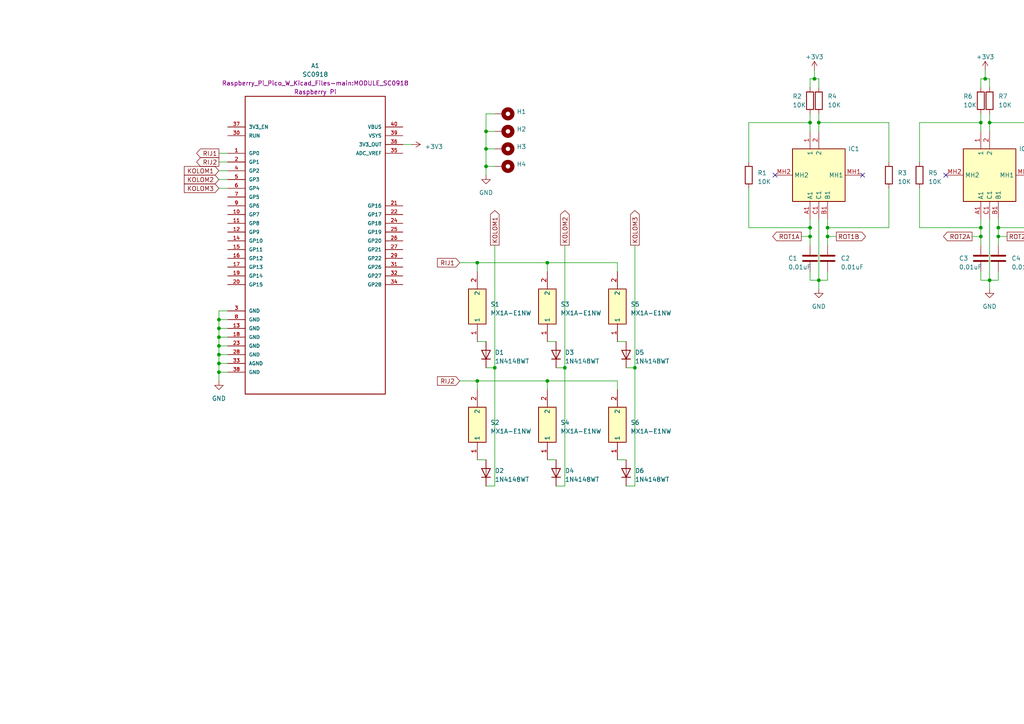
<source format=kicad_sch>
(kicad_sch (version 20230121) (generator eeschema)
  (paper "A4")
  (lib_symbols
    (symbol "Device:C" (pin_numbers hide) (pin_names (offset 0.254))
      (property "Reference" "C" (at 0.635 2.54 0))
      (property "Value" "C" (at 0.635 -2.54 0))
      (symbol "C_0_1"
        (polyline (pts (xy -2.032 -0.762) (xy 2.032 -0.762)) (stroke (width 0.508)))
        (polyline (pts (xy -2.032 0.762) (xy 2.032 0.762)) (stroke (width 0.508)))
      )
      (symbol "C_1_1"
        (pin passive line (at 0 3.81 270) (length 2.794) (name "~") (number "1"))
        (pin passive line (at 0 -3.81 90) (length 2.794) (name "~") (number "2"))
      )
    )
    (symbol "Device:R" (pin_numbers hide) (pin_names (offset 0))
      (property "Reference" "R" (at 2.032 0 90))
      (property "Value" "R" (at 0 0 90))
      (symbol "R_0_1"
        (rectangle (start -1.016 -2.54) (end 1.016 2.54) (stroke (width 0.254)))
      )
      (symbol "R_1_1"
        (pin passive line (at 0 3.81 270) (length 1.27) (name "~") (number "1"))
        (pin passive line (at 0 -3.81 90) (length 1.27) (name "~") (number "2"))
      )
    )
    (symbol "Diode:1N4148WT" (pin_numbers hide) (pin_names hide)
      (property "Reference" "D" (at 0 2.54 0))
      (property "Value" "1N4148WT" (at 0 -2.54 0))
      (symbol "1N4148WT_0_1"
        (polyline (pts (xy -1.27 1.27) (xy -1.27 -1.27)) (stroke (width 0.254)))
        (polyline (pts (xy 1.27 0) (xy -1.27 0)))
        (polyline (pts (xy 1.27 1.27) (xy 1.27 -1.27) (xy -1.27 0) (xy 1.27 1.27)) (stroke (width 0.254)))
      )
      (symbol "1N4148WT_1_1"
        (pin passive line (at -3.81 0 0) (length 2.54) (name "K") (number "1"))
        (pin passive line (at 3.81 0 180) (length 2.54) (name "A") (number "2"))
      )
    )
    (symbol "MX1A-E1NW:MX1A-E1NW"
      (property "Reference" "S" (at 16.51 7.62 0))
      (property "Value" "MX1A-E1NW" (at 16.51 5.08 0))
      (symbol "MX1A-E1NW_1_1"
        (rectangle (start 5.08 2.54) (end 15.24 -2.54) (stroke (width 0.254)) (fill (type background)))
        (pin passive line (at 0 0 0) (length 5.08) (name "1") (number "1"))
        (pin passive line (at 20.32 0 180) (length 5.08) (name "2") (number "2"))
      )
    )
    (symbol "Mechanical:MountingHole_Pad" (pin_numbers hide) (pin_names (offset 1.016) hide)
      (property "Reference" "H" (at 0 6.35 0))
      (property "Value" "MountingHole_Pad" (at 0 4.445 0))
      (symbol "MountingHole_Pad_0_1"
        (circle (center 0 1.27) (radius 1.27) (stroke (width 1.27)))
      )
      (symbol "MountingHole_Pad_1_1"
        (pin input line (at 0 -2.54 90) (length 2.54) (name "1") (number "1"))
      )
    )
    (symbol "PEC12R-4220F-S0024:PEC12R-4220F-S0024"
      (property "Reference" "IC" (at 21.59 12.7 0))
      (property "Value" "PEC12R-4220F-S0024" (at 21.59 10.16 0))
      (symbol "PEC12R-4220F-S0024_1_1"
        (rectangle (start 5.08 7.62) (end 20.32 -7.62) (stroke (width 0.254)) (fill (type background)))
        (pin passive line (at 10.16 12.7 270) (length 5.08) (name "1") (number "1"))
        (pin passive line (at 12.7 12.7 270) (length 5.08) (name "2") (number "2"))
        (pin passive line (at 10.16 -12.7 90) (length 5.08) (name "A1") (number "A1"))
        (pin passive line (at 15.24 -12.7 90) (length 5.08) (name "B1") (number "B1"))
        (pin passive line (at 12.7 -12.7 90) (length 5.08) (name "C1") (number "C1"))
        (pin passive line (at 25.4 0 180) (length 5.08) (name "MH1") (number "MH1"))
        (pin passive line (at 0 0 0) (length 5.08) (name "MH2") (number "MH2"))
      )
    )
    (symbol "Raspberry_Pi_Pico_W_SC0918:SC0918" (pin_names (offset 1.016))
      (property "Reference" "A1" (at 0 58.42 0))
      (property "Value" "SC0918" (at 0 55.88 0))
      (property "Footprint" "Raspberry Pi:MODULE_SC0918" (at -12.7 -46.99 0))
      (property "manufacturer" "Raspberry Pi" (at 0 53.34 0))
      (symbol "SC0918_0_0"
        (rectangle (start -20.32 -43.18) (end 20.32 43.18) (stroke (width 0.254)))
        (pin bidirectional line (at -25.4 26.67 0) (length 5.08) (name "GP0") (number "1"))
        (pin bidirectional line (at -25.4 8.89 0) (length 5.08) (name "GP7") (number "10"))
        (pin bidirectional line (at -25.4 6.35 0) (length 5.08) (name "GP8") (number "11"))
        (pin bidirectional line (at -25.4 3.81 0) (length 5.08) (name "GP9") (number "12"))
        (pin power_in line (at -25.4 -24.13 0) (length 5.08) (name "GND") (number "13"))
        (pin bidirectional line (at -25.4 1.27 0) (length 5.08) (name "GP10") (number "14"))
        (pin bidirectional line (at -25.4 -1.27 0) (length 5.08) (name "GP11") (number "15"))
        (pin bidirectional line (at -25.4 -3.81 0) (length 5.08) (name "GP12") (number "16"))
        (pin bidirectional line (at -25.4 -6.35 0) (length 5.08) (name "GP13") (number "17"))
        (pin power_in line (at -25.4 -26.67 0) (length 5.08) (name "GND") (number "18"))
        (pin bidirectional line (at -25.4 -8.89 0) (length 5.08) (name "GP14") (number "19"))
        (pin bidirectional line (at -25.4 24.13 0) (length 5.08) (name "GP1") (number "2"))
        (pin bidirectional line (at -25.4 -11.43 0) (length 5.08) (name "GP15") (number "20"))
        (pin bidirectional line (at 25.4 11.43 180) (length 5.08) (name "GP16") (number "21"))
        (pin bidirectional line (at 25.4 8.89 180) (length 5.08) (name "GP17") (number "22"))
        (pin power_in line (at -25.4 -29.21 0) (length 5.08) (name "GND") (number "23"))
        (pin bidirectional line (at 25.4 6.35 180) (length 5.08) (name "GP18") (number "24"))
        (pin bidirectional line (at 25.4 3.81 180) (length 5.08) (name "GP19") (number "25"))
        (pin bidirectional line (at 25.4 1.27 180) (length 5.08) (name "GP20") (number "26"))
        (pin bidirectional line (at 25.4 -1.27 180) (length 5.08) (name "GP21") (number "27"))
        (pin power_in line (at -25.4 -31.75 0) (length 5.08) (name "GND") (number "28"))
        (pin bidirectional line (at 25.4 -3.81 180) (length 5.08) (name "GP22") (number "29"))
        (pin power_in line (at -25.4 -19.05 0) (length 5.08) (name "GND") (number "3"))
        (pin input line (at -25.4 31.75 0) (length 5.08) (name "RUN") (number "30"))
        (pin bidirectional line (at 25.4 -6.35 180) (length 5.08) (name "GP26") (number "31"))
        (pin bidirectional line (at 25.4 -8.89 180) (length 5.08) (name "GP27") (number "32"))
        (pin power_in line (at -25.4 -34.29 0) (length 5.08) (name "AGND") (number "33"))
        (pin bidirectional line (at 25.4 -11.43 180) (length 5.08) (name "GP28") (number "34"))
        (pin power_in line (at 25.4 26.67 180) (length 5.08) (name "ADC_VREF") (number "35"))
        (pin power_in line (at 25.4 29.21 180) (length 5.08) (name "3V3_OUT") (number "36"))
        (pin input line (at -25.4 34.29 0) (length 5.08) (name "3V3_EN") (number "37"))
        (pin power_in line (at -25.4 -36.83 0) (length 5.08) (name "GND") (number "38"))
        (pin free line (at 25.4 31.75 180) (length 5.08) (name "VSYS") (number "39"))
        (pin bidirectional line (at -25.4 21.59 0) (length 5.08) (name "GP2") (number "4"))
        (pin free line (at 25.4 34.29 180) (length 5.08) (name "VBUS") (number "40"))
        (pin bidirectional line (at -25.4 19.05 0) (length 5.08) (name "GP3") (number "5"))
        (pin bidirectional line (at -25.4 16.51 0) (length 5.08) (name "GP4") (number "6"))
        (pin bidirectional line (at -25.4 13.97 0) (length 5.08) (name "GP5") (number "7"))
        (pin power_in line (at -25.4 -21.59 0) (length 5.08) (name "GND") (number "8"))
        (pin bidirectional line (at -25.4 11.43 0) (length 5.08) (name "GP6") (number "9"))
      )
    )
    (symbol "power:+3V3" (power) (pin_names (offset 0))
      (property "Value" "+3V3" (at 0 3.556 0))
      (symbol "+3V3_0_1"
        (polyline (pts (xy -0.762 1.27) (xy 0 2.54)))
        (polyline (pts (xy 0 0) (xy 0 2.54)))
        (polyline (pts (xy 0 2.54) (xy 0.762 1.27)))
      )
      (symbol "+3V3_1_1"
        (pin power_in line (at 0 0 90) (length 0) hide (name "+3V3") (number "1"))
      )
    )
    (symbol "power:GND" (power) (pin_names (offset 0))
      (property "Value" "GND" (at 0 -3.81 0))
      (symbol "GND_0_1"
        (polyline (pts (xy 0 0) (xy 0 -1.27) (xy 1.27 -1.27) (xy 0 -2.54) (xy -1.27 -1.27) (xy 0 -1.27)))
      )
      (symbol "GND_1_1"
        (pin power_in line (at 0 0 270) (length 0) hide (name "GND") (number "1"))
      )
    )
  )
  (junction (at 240.03 68.58))
  (junction (at 63.5 105.41))
  (junction (at 284.48 66.04))
  (junction (at 158.75 110.49))
  (junction (at 234.95 68.58))
  (junction (at 287.02 35.56))
  (junction (at 63.5 97.79))
  (junction (at 63.5 100.33))
  (junction (at 63.5 92.71))
  (junction (at 237.49 35.56))
  (junction (at 284.48 35.56))
  (junction (at 184.15 106.68))
  (junction (at 287.02 81.28))
  (junction (at 138.43 76.2))
  (junction (at 140.97 48.26))
  (junction (at 140.97 38.1))
  (junction (at 289.56 66.04))
  (junction (at 163.83 106.68))
  (junction (at 143.51 106.68))
  (junction (at 289.56 68.58))
  (junction (at 284.48 68.58))
  (junction (at 234.95 66.04))
  (junction (at 158.75 76.2))
  (junction (at 234.95 35.56))
  (junction (at 63.5 95.25))
  (junction (at 138.43 110.49))
  (junction (at 240.03 66.04))
  (junction (at 63.5 102.87))
  (junction (at 236.22 22.86))
  (junction (at 63.5 107.95))
  (junction (at 237.49 81.28))
  (junction (at 285.75 22.86))
  (junction (at 140.97 43.18))
  (no_connect (at 274.32 50.8))
  (no_connect (at 299.72 50.8))
  (no_connect (at 250.19 50.8))
  (no_connect (at 224.79 50.8))
  (wire (pts (xy 133.35 110.49) (xy 138.43 110.49)))
  (wire (pts (xy 307.34 46.99) (xy 307.34 35.56)))
  (wire (pts (xy 138.43 78.74) (xy 138.43 76.2)))
  (wire (pts (xy 140.97 106.68) (xy 143.51 106.68)))
  (wire (pts (xy 179.07 110.49) (xy 158.75 110.49)))
  (wire (pts (xy 284.48 33.02) (xy 284.48 35.56)))
  (wire (pts (xy 179.07 113.03) (xy 179.07 110.49)))
  (wire (pts (xy 234.95 22.86) (xy 234.95 25.4)))
  (wire (pts (xy 307.34 35.56) (xy 287.02 35.56)))
  (wire (pts (xy 63.5 102.87) (xy 63.5 105.41)))
  (wire (pts (xy 289.56 66.04) (xy 289.56 68.58)))
  (wire (pts (xy 237.49 35.56) (xy 237.49 38.1)))
  (wire (pts (xy 66.04 105.41) (xy 63.5 105.41)))
  (wire (pts (xy 63.5 90.17) (xy 63.5 92.71)))
  (wire (pts (xy 287.02 81.28) (xy 284.48 81.28)))
  (wire (pts (xy 138.43 76.2) (xy 158.75 76.2)))
  (wire (pts (xy 140.97 48.26) (xy 143.51 48.26)))
  (wire (pts (xy 237.49 22.86) (xy 236.22 22.86)))
  (wire (pts (xy 232.41 68.58) (xy 234.95 68.58)))
  (wire (pts (xy 66.04 90.17) (xy 63.5 90.17)))
  (wire (pts (xy 257.81 46.99) (xy 257.81 35.56)))
  (wire (pts (xy 287.02 25.4) (xy 287.02 22.86)))
  (wire (pts (xy 287.02 35.56) (xy 287.02 38.1)))
  (wire (pts (xy 284.48 35.56) (xy 284.48 38.1)))
  (wire (pts (xy 63.5 54.61) (xy 66.04 54.61)))
  (wire (pts (xy 63.5 105.41) (xy 63.5 107.95)))
  (wire (pts (xy 266.7 35.56) (xy 284.48 35.56)))
  (wire (pts (xy 181.61 106.68) (xy 184.15 106.68)))
  (wire (pts (xy 181.61 99.06) (xy 179.07 99.06)))
  (wire (pts (xy 217.17 35.56) (xy 234.95 35.56)))
  (wire (pts (xy 289.56 68.58) (xy 292.1 68.58)))
  (wire (pts (xy 143.51 43.18) (xy 140.97 43.18)))
  (wire (pts (xy 161.29 106.68) (xy 163.83 106.68)))
  (wire (pts (xy 184.15 140.97) (xy 184.15 106.68)))
  (wire (pts (xy 237.49 33.02) (xy 237.49 35.56)))
  (wire (pts (xy 307.34 54.61) (xy 307.34 66.04)))
  (wire (pts (xy 266.7 66.04) (xy 284.48 66.04)))
  (wire (pts (xy 161.29 133.35) (xy 158.75 133.35)))
  (wire (pts (xy 240.03 68.58) (xy 242.57 68.58)))
  (wire (pts (xy 240.03 68.58) (xy 240.03 71.12)))
  (wire (pts (xy 140.97 99.06) (xy 138.43 99.06)))
  (wire (pts (xy 236.22 20.32) (xy 236.22 22.86)))
  (wire (pts (xy 287.02 63.5) (xy 287.02 81.28)))
  (wire (pts (xy 161.29 99.06) (xy 158.75 99.06)))
  (wire (pts (xy 234.95 66.04) (xy 234.95 68.58)))
  (wire (pts (xy 161.29 140.97) (xy 163.83 140.97)))
  (wire (pts (xy 284.48 68.58) (xy 284.48 71.12)))
  (wire (pts (xy 257.81 35.56) (xy 237.49 35.56)))
  (wire (pts (xy 63.5 100.33) (xy 63.5 102.87)))
  (wire (pts (xy 234.95 68.58) (xy 234.95 71.12)))
  (wire (pts (xy 138.43 113.03) (xy 138.43 110.49)))
  (wire (pts (xy 217.17 54.61) (xy 217.17 66.04)))
  (wire (pts (xy 158.75 76.2) (xy 158.75 78.74)))
  (wire (pts (xy 63.5 95.25) (xy 63.5 97.79)))
  (wire (pts (xy 163.83 140.97) (xy 163.83 106.68)))
  (wire (pts (xy 281.94 68.58) (xy 284.48 68.58)))
  (wire (pts (xy 217.17 66.04) (xy 234.95 66.04)))
  (wire (pts (xy 66.04 102.87) (xy 63.5 102.87)))
  (wire (pts (xy 240.03 78.74) (xy 240.03 81.28)))
  (wire (pts (xy 63.5 92.71) (xy 63.5 95.25)))
  (wire (pts (xy 234.95 33.02) (xy 234.95 35.56)))
  (wire (pts (xy 143.51 38.1) (xy 140.97 38.1)))
  (wire (pts (xy 66.04 97.79) (xy 63.5 97.79)))
  (wire (pts (xy 284.48 63.5) (xy 284.48 66.04)))
  (wire (pts (xy 257.81 54.61) (xy 257.81 66.04)))
  (wire (pts (xy 184.15 71.12) (xy 184.15 106.68)))
  (wire (pts (xy 66.04 100.33) (xy 63.5 100.33)))
  (wire (pts (xy 237.49 81.28) (xy 234.95 81.28)))
  (wire (pts (xy 284.48 22.86) (xy 284.48 25.4)))
  (wire (pts (xy 143.51 140.97) (xy 143.51 106.68)))
  (wire (pts (xy 217.17 46.99) (xy 217.17 35.56)))
  (wire (pts (xy 158.75 113.03) (xy 158.75 110.49)))
  (wire (pts (xy 287.02 22.86) (xy 285.75 22.86)))
  (wire (pts (xy 266.7 46.99) (xy 266.7 35.56)))
  (wire (pts (xy 63.5 49.53) (xy 66.04 49.53)))
  (wire (pts (xy 257.81 66.04) (xy 240.03 66.04)))
  (wire (pts (xy 143.51 33.02) (xy 140.97 33.02)))
  (wire (pts (xy 63.5 44.45) (xy 66.04 44.45)))
  (wire (pts (xy 240.03 63.5) (xy 240.03 66.04)))
  (wire (pts (xy 63.5 52.07) (xy 66.04 52.07)))
  (wire (pts (xy 237.49 81.28) (xy 237.49 83.82)))
  (wire (pts (xy 133.35 76.2) (xy 138.43 76.2)))
  (wire (pts (xy 140.97 33.02) (xy 140.97 38.1)))
  (wire (pts (xy 143.51 71.12) (xy 143.51 106.68)))
  (wire (pts (xy 234.95 35.56) (xy 234.95 38.1)))
  (wire (pts (xy 289.56 68.58) (xy 289.56 71.12)))
  (wire (pts (xy 140.97 50.8) (xy 140.97 48.26)))
  (wire (pts (xy 285.75 22.86) (xy 284.48 22.86)))
  (wire (pts (xy 284.48 66.04) (xy 284.48 68.58)))
  (wire (pts (xy 284.48 81.28) (xy 284.48 78.74)))
  (wire (pts (xy 179.07 78.74) (xy 179.07 76.2)))
  (wire (pts (xy 140.97 38.1) (xy 140.97 43.18)))
  (wire (pts (xy 237.49 25.4) (xy 237.49 22.86)))
  (wire (pts (xy 63.5 46.99) (xy 66.04 46.99)))
  (wire (pts (xy 287.02 33.02) (xy 287.02 35.56)))
  (wire (pts (xy 63.5 97.79) (xy 63.5 100.33)))
  (wire (pts (xy 66.04 92.71) (xy 63.5 92.71)))
  (wire (pts (xy 285.75 20.32) (xy 285.75 22.86)))
  (wire (pts (xy 240.03 66.04) (xy 240.03 68.58)))
  (wire (pts (xy 163.83 71.12) (xy 163.83 106.68)))
  (wire (pts (xy 236.22 22.86) (xy 234.95 22.86)))
  (wire (pts (xy 66.04 107.95) (xy 63.5 107.95)))
  (wire (pts (xy 181.61 140.97) (xy 184.15 140.97)))
  (wire (pts (xy 181.61 133.35) (xy 179.07 133.35)))
  (wire (pts (xy 66.04 95.25) (xy 63.5 95.25)))
  (wire (pts (xy 158.75 110.49) (xy 138.43 110.49)))
  (wire (pts (xy 287.02 81.28) (xy 287.02 83.82)))
  (wire (pts (xy 240.03 81.28) (xy 237.49 81.28)))
  (wire (pts (xy 237.49 63.5) (xy 237.49 81.28)))
  (wire (pts (xy 266.7 54.61) (xy 266.7 66.04)))
  (wire (pts (xy 289.56 78.74) (xy 289.56 81.28)))
  (wire (pts (xy 63.5 107.95) (xy 63.5 110.49)))
  (wire (pts (xy 140.97 43.18) (xy 140.97 48.26)))
  (wire (pts (xy 289.56 81.28) (xy 287.02 81.28)))
  (wire (pts (xy 234.95 63.5) (xy 234.95 66.04)))
  (wire (pts (xy 116.84 41.91) (xy 119.38 41.91)))
  (wire (pts (xy 140.97 140.97) (xy 143.51 140.97)))
  (wire (pts (xy 234.95 81.28) (xy 234.95 78.74)))
  (wire (pts (xy 307.34 66.04) (xy 289.56 66.04)))
  (wire (pts (xy 158.75 76.2) (xy 179.07 76.2)))
  (wire (pts (xy 140.97 133.35) (xy 138.43 133.35)))
  (wire (pts (xy 289.56 63.5) (xy 289.56 66.04)))
  (global_label "RIJ1" (shape input) (at 133.35 76.2 180) (property "Intersheetrefs" "${INTERSHEET_REFS}" (effects hide)))
  (global_label "KOLOM3" (shape input) (at 63.5 54.61 180) (property "Intersheetrefs" "${INTERSHEET_REFS}" (effects hide)))
  (global_label "KOLOM1" (shape output) (at 143.51 71.12 90) (property "Intersheetrefs" "${INTERSHEET_REFS}" (effects hide)))
  (global_label "ROT2B" (shape output) (at 292.1 68.58 0) (property "Intersheetrefs" "${INTERSHEET_REFS}" (effects hide)))
  (global_label "ROT2A" (shape output) (at 281.94 68.58 180) (property "Intersheetrefs" "${INTERSHEET_REFS}" (effects hide)))
  (global_label "RIJ1" (shape output) (at 63.5 44.45 180) (property "Intersheetrefs" "${INTERSHEET_REFS}" (effects hide)))
  (global_label "ROT1B" (shape output) (at 242.57 68.58 0) (property "Intersheetrefs" "${INTERSHEET_REFS}" (effects hide)))
  (global_label "KOLOM2" (shape input) (at 63.5 52.07 180) (property "Intersheetrefs" "${INTERSHEET_REFS}" (effects hide)))
  (global_label "KOLOM2" (shape output) (at 163.83 71.12 90) (property "Intersheetrefs" "${INTERSHEET_REFS}" (effects hide)))
  (global_label "KOLOM3" (shape output) (at 184.15 71.12 90) (property "Intersheetrefs" "${INTERSHEET_REFS}" (effects hide)))
  (global_label "RIJ2" (shape output) (at 63.5 46.99 180) (property "Intersheetrefs" "${INTERSHEET_REFS}" (effects hide)))
  (global_label "RIJ2" (shape input) (at 133.35 110.49 180) (property "Intersheetrefs" "${INTERSHEET_REFS}" (effects hide)))
  (global_label "KOLOM1" (shape input) (at 63.5 49.53 180) (property "Intersheetrefs" "${INTERSHEET_REFS}" (effects hide)))
  (global_label "ROT1A" (shape output) (at 232.41 68.58 180) (property "Intersheetrefs" "${INTERSHEET_REFS}" (effects hide)))
  (symbol (lib_id "MX1A-E1NW:MX1A-E1NW") (at 179.07 133.35 90) (unit 1)
    (property "Reference" "S6" (at 182.88 122.555 90) (effects (justify right)))
    (property "Value" "MX1A-E1NW" (at 182.88 125.095 90) (effects (justify right)))
    (property "Footprint" "Button_Switch_Keyboard:SW_Cherry_MX_1.00u_PCB" (effects hide))
    (property "Datasheet" "https://media.digikey.com/pdf/Data%20Sheets/Cherry%20PDFs/MX%20Series.pdf" (effects hide))
    (property "Height" "15.2" (effects hide))
    (property "Mouser Part Number" "540-MX1A-E1NW" (effects hide))
    (property "Mouser Price/Stock" "https://www.mouser.co.uk/ProductDetail/CHERRY/MX1A-E1NW?qs=Z7NFYKyvgJd45Wm4xzFv7w%3D%3D" (effects hide))
    (property "Manufacturer_Name" "Cherry" (effects hide))
    (property "Manufacturer_Part_Number" "MX1A-E1NW" (effects hide))
  )
  (symbol (lib_id "Device:R") (at 287.02 29.21 0) (unit 1)
    (property "Reference" "R7" (at 289.56 27.94 0) (effects (justify left)))
    (property "Value" "10K" (at 289.56 30.48 0) (effects (justify left)))
    (property "Footprint" "Resistor_SMD:R_0805_2012Metric_Pad1.20x1.40mm_HandSolder" (effects hide))
  )
  (symbol (lib_id "Device:R") (at 257.81 50.8 0) (unit 1)
    (property "Reference" "R3" (at 260.35 50.165 0) (effects (justify left)))
    (property "Value" "10K" (at 260.35 52.705 0) (effects (justify left)))
    (property "Footprint" "Resistor_SMD:R_0805_2012Metric_Pad1.20x1.40mm_HandSolder" (effects hide))
  )
  (symbol (lib_id "power:+3V3") (at 236.22 20.32 0) (unit 1)
    (property "Reference" "#PWR04" (effects hide))
    (property "Value" "+3V3" (at 236.22 16.51 0))
  )
  (symbol (lib_id "Diode:1N4148WT") (at 181.61 102.87 90) (unit 1)
    (property "Reference" "D5" (at 184.15 102.235 90) (effects (justify right)))
    (property "Value" "1N4148WT" (at 184.15 104.775 90) (effects (justify right)))
    (property "Footprint" "Diode_SMD:D_SOD-523" (effects hide))
    (property "Datasheet" "https://www.diodes.com/assets/Datasheets/ds30396.pdf" (effects hide))
    (property "Sim.Device" "D" (effects hide))
    (property "Sim.Pins" "1=K 2=A" (effects hide))
  )
  (symbol (lib_id "MX1A-E1NW:MX1A-E1NW") (at 138.43 133.35 90) (unit 1)
    (property "Reference" "S2" (at 142.24 122.555 90) (effects (justify right)))
    (property "Value" "MX1A-E1NW" (at 142.24 125.095 90) (effects (justify right)))
    (property "Footprint" "Button_Switch_Keyboard:SW_Cherry_MX_1.00u_PCB" (effects hide))
    (property "Datasheet" "https://media.digikey.com/pdf/Data%20Sheets/Cherry%20PDFs/MX%20Series.pdf" (effects hide))
    (property "Height" "15.2" (effects hide))
    (property "Mouser Part Number" "540-MX1A-E1NW" (effects hide))
    (property "Mouser Price/Stock" "https://www.mouser.co.uk/ProductDetail/CHERRY/MX1A-E1NW?qs=Z7NFYKyvgJd45Wm4xzFv7w%3D%3D" (effects hide))
    (property "Manufacturer_Name" "Cherry" (effects hide))
    (property "Manufacturer_Part_Number" "MX1A-E1NW" (effects hide))
  )
  (symbol (lib_id "Raspberry_Pi_Pico_W_SC0918:SC0918") (at 91.44 71.12 0) (unit 1)
    (property "Reference" "A1" (at 91.44 19.05 0))
    (property "Value" "SC0918" (at 91.44 21.59 0))
    (property "Footprint" "Raspberry_Pi_Pico_W_Kicad_Files-main:MODULE_SC0918" (at 91.44 24.13 0))
    (property "Datasheet" "https://datasheets.raspberrypi.com/picow/pico-w-datasheet.pdf" (effects hide))
    (property "manufacturer" "Raspberry Pi" (at 91.44 26.67 0))
    (property "P/N" "SC0918" (effects hide))
    (property "PARTREV" "1.6" (effects hide))
    (property "MAXIMUM_PACKAGE_HEIGHT" "3.73mm" (effects hide))
  )
  (symbol (lib_id "Mechanical:MountingHole_Pad") (at 146.05 48.26 270) (unit 1)
    (property "Reference" "H4" (at 149.86 47.625 90) (effects (justify left)))
    (property "Value" "MountingHole_Pad" (effects hide))
    (property "Footprint" "MountingHole:MountingHole_2.2mm_M2_Pad_Via" (effects hide))
  )
  (symbol (lib_id "Mechanical:MountingHole_Pad") (at 146.05 43.18 270) (unit 1)
    (property "Reference" "H3" (at 149.86 42.545 90) (effects (justify left)))
    (property "Value" "MountingHole_Pad" (effects hide))
    (property "Footprint" "MountingHole:MountingHole_2.2mm_M2_Pad_Via" (effects hide))
  )
  (symbol (lib_id "Device:R") (at 284.48 29.21 180) (unit 1)
    (property "Reference" "R6" (at 279.4 27.94 0) (effects (justify right)))
    (property "Value" "10K" (at 279.4 30.48 0) (effects (justify right)))
    (property "Footprint" "Resistor_SMD:R_0805_2012Metric_Pad1.20x1.40mm_HandSolder" (effects hide))
  )
  (symbol (lib_id "Diode:1N4148WT") (at 161.29 137.16 90) (unit 1)
    (property "Reference" "D4" (at 163.83 136.525 90) (effects (justify right)))
    (property "Value" "1N4148WT" (at 163.83 139.065 90) (effects (justify right)))
    (property "Footprint" "Diode_SMD:D_SOD-523" (effects hide))
    (property "Datasheet" "https://www.diodes.com/assets/Datasheets/ds30396.pdf" (effects hide))
    (property "Sim.Device" "D" (effects hide))
    (property "Sim.Pins" "1=K 2=A" (effects hide))
  )
  (symbol (lib_id "Diode:1N4148WT") (at 140.97 102.87 90) (unit 1)
    (property "Reference" "D1" (at 143.51 102.235 90) (effects (justify right)))
    (property "Value" "1N4148WT" (at 143.51 104.775 90) (effects (justify right)))
    (property "Footprint" "Diode_SMD:D_SOD-523" (effects hide))
    (property "Datasheet" "https://www.diodes.com/assets/Datasheets/ds30396.pdf" (effects hide))
    (property "Sim.Device" "D" (effects hide))
    (property "Sim.Pins" "1=K 2=A" (effects hide))
  )
  (symbol (lib_id "power:GND") (at 63.5 110.49 0) (unit 1)
    (property "Reference" "#PWR01" (effects hide))
    (property "Value" "GND" (at 63.5 115.57 0))
  )
  (symbol (lib_id "Diode:1N4148WT") (at 140.97 137.16 90) (unit 1)
    (property "Reference" "D2" (at 143.51 136.525 90) (effects (justify right)))
    (property "Value" "1N4148WT" (at 143.51 139.065 90) (effects (justify right)))
    (property "Footprint" "Diode_SMD:D_SOD-523" (effects hide))
    (property "Datasheet" "https://www.diodes.com/assets/Datasheets/ds30396.pdf" (effects hide))
    (property "Sim.Device" "D" (effects hide))
    (property "Sim.Pins" "1=K 2=A" (effects hide))
  )
  (symbol (lib_id "power:+3V3") (at 285.75 20.32 0) (unit 1)
    (property "Reference" "#PWR05" (effects hide))
    (property "Value" "+3V3" (at 285.75 16.51 0))
  )
  (symbol (lib_id "Device:R") (at 266.7 50.8 180) (unit 1)
    (property "Reference" "R5" (at 269.24 50.165 0) (effects (justify right)))
    (property "Value" "10K" (at 269.24 52.705 0) (effects (justify right)))
    (property "Footprint" "Resistor_SMD:R_0805_2012Metric_Pad1.20x1.40mm_HandSolder" (effects hide))
  )
  (symbol (lib_id "power:GND") (at 140.97 50.8 0) (unit 1)
    (property "Reference" "#PWR02" (effects hide))
    (property "Value" "GND" (at 140.97 55.88 0))
  )
  (symbol (lib_id "Device:C") (at 284.48 74.93 0) (unit 1)
    (property "Reference" "C3" (at 278.13 74.93 0) (effects (justify left)))
    (property "Value" "0.01uF" (at 278.13 77.47 0) (effects (justify left)))
    (property "Footprint" "Capacitor_SMD:C_0805_2012Metric_Pad1.18x1.45mm_HandSolder" (effects hide))
  )
  (symbol (lib_id "PEC12R-4220F-S0024:PEC12R-4220F-S0024") (at 224.79 50.8 0) (unit 1)
    (property "Reference" "IC1" (at 247.65 43.18 0))
    (property "Value" "PEC12R-4220F-S0024" (effects hide))
    (property "Footprint" "PEC12R4220FS0024" (effects hide))
    (property "Datasheet" "https://componentsearchengine.com/Datasheets/5/PEC12R-4220F-S0024.pdf" (effects hide))
    (property "Height" "20" (effects hide))
    (property "Mouser Part Number" "652-PEC12R-4220F-S24" (effects hide))
    (property "Mouser Price/Stock" "https://www.mouser.co.uk/ProductDetail/Bourns/PEC12R-4220F-S0024?qs=Zq5ylnUbLm7u%2FuPQvUoR4Q%3D%3D" (effects hide))
    (property "Manufacturer_Name" "Bourns" (effects hide))
    (property "Manufacturer_Part_Number" "PEC12R-4220F-S0024" (effects hide))
  )
  (symbol (lib_id "Mechanical:MountingHole_Pad") (at 146.05 38.1 270) (unit 1)
    (property "Reference" "H2" (at 149.86 37.465 90) (effects (justify left)))
    (property "Value" "MountingHole_Pad" (effects hide))
    (property "Footprint" "MountingHole:MountingHole_2.2mm_M2_Pad_Via" (effects hide))
  )
  (symbol (lib_id "Mechanical:MountingHole_Pad") (at 146.05 33.02 270) (unit 1)
    (property "Reference" "H1" (at 149.86 32.385 90) (effects (justify left)))
    (property "Value" "MountingHole_Pad" (effects hide))
    (property "Footprint" "MountingHole:MountingHole_2.2mm_M2_Pad_Via" (effects hide))
  )
  (symbol (lib_id "power:GND") (at 287.02 83.82 0) (unit 1)
    (property "Reference" "#PWR07" (effects hide))
    (property "Value" "GND" (at 287.02 88.9 0))
  )
  (symbol (lib_id "Diode:1N4148WT") (at 181.61 137.16 90) (unit 1)
    (property "Reference" "D6" (at 184.15 136.525 90) (effects (justify right)))
    (property "Value" "1N4148WT" (at 184.15 139.065 90) (effects (justify right)))
    (property "Footprint" "Diode_SMD:D_SOD-523" (effects hide))
    (property "Datasheet" "https://www.diodes.com/assets/Datasheets/ds30396.pdf" (effects hide))
    (property "Sim.Device" "D" (effects hide))
    (property "Sim.Pins" "1=K 2=A" (effects hide))
  )
  (symbol (lib_id "Device:C") (at 240.03 74.93 0) (unit 1)
    (property "Reference" "C2" (at 243.84 74.93 0) (effects (justify left)))
    (property "Value" "0.01uF" (at 243.84 77.47 0) (effects (justify left)))
    (property "Footprint" "Capacitor_SMD:C_0805_2012Metric_Pad1.18x1.45mm_HandSolder" (effects hide))
  )
  (symbol (lib_id "MX1A-E1NW:MX1A-E1NW") (at 158.75 99.06 90) (unit 1)
    (property "Reference" "S3" (at 162.56 88.265 90) (effects (justify right)))
    (property "Value" "MX1A-E1NW" (at 162.56 90.805 90) (effects (justify right)))
    (property "Footprint" "Button_Switch_Keyboard:SW_Cherry_MX_1.00u_PCB" (effects hide))
    (property "Datasheet" "https://media.digikey.com/pdf/Data%20Sheets/Cherry%20PDFs/MX%20Series.pdf" (effects hide))
    (property "Height" "15.2" (effects hide))
    (property "Mouser Part Number" "540-MX1A-E1NW" (effects hide))
    (property "Mouser Price/Stock" "https://www.mouser.co.uk/ProductDetail/CHERRY/MX1A-E1NW?qs=Z7NFYKyvgJd45Wm4xzFv7w%3D%3D" (effects hide))
    (property "Manufacturer_Name" "Cherry" (effects hide))
    (property "Manufacturer_Part_Number" "MX1A-E1NW" (effects hide))
  )
  (symbol (lib_id "Device:C") (at 234.95 74.93 0) (unit 1)
    (property "Reference" "C1" (at 228.6 74.93 0) (effects (justify left)))
    (property "Value" "0.01uF" (at 228.6 77.47 0) (effects (justify left)))
    (property "Footprint" "Capacitor_SMD:C_0805_2012Metric_Pad1.18x1.45mm_HandSolder" (effects hide))
  )
  (symbol (lib_id "Device:R") (at 307.34 50.8 0) (unit 1)
    (property "Reference" "R8" (at 309.88 50.165 0) (effects (justify left)))
    (property "Value" "10K" (at 309.88 52.705 0) (effects (justify left)))
    (property "Footprint" "Resistor_SMD:R_0805_2012Metric_Pad1.20x1.40mm_HandSolder" (effects hide))
  )
  (symbol (lib_id "power:+3V3") (at 119.38 41.91 270) (unit 1)
    (property "Reference" "#PWR03" (effects hide))
    (property "Value" "+3V3" (at 123.19 42.545 90) (effects (justify left)))
  )
  (symbol (lib_id "Diode:1N4148WT") (at 161.29 102.87 90) (unit 1)
    (property "Reference" "D3" (at 163.83 102.235 90) (effects (justify right)))
    (property "Value" "1N4148WT" (at 163.83 104.775 90) (effects (justify right)))
    (property "Footprint" "Diode_SMD:D_SOD-523" (effects hide))
    (property "Datasheet" "https://www.diodes.com/assets/Datasheets/ds30396.pdf" (effects hide))
    (property "Sim.Device" "D" (effects hide))
    (property "Sim.Pins" "1=K 2=A" (effects hide))
  )
  (symbol (lib_id "PEC12R-4220F-S0024:PEC12R-4220F-S0024") (at 274.32 50.8 0) (unit 1)
    (property "Reference" "IC2" (at 297.18 43.18 0))
    (property "Value" "PEC12R-4220F-S0024" (effects hide))
    (property "Footprint" "PEC12R4220FS0024" (effects hide))
    (property "Datasheet" "https://componentsearchengine.com/Datasheets/5/PEC12R-4220F-S0024.pdf" (effects hide))
    (property "Height" "20" (effects hide))
    (property "Mouser Part Number" "652-PEC12R-4220F-S24" (effects hide))
    (property "Mouser Price/Stock" "https://www.mouser.co.uk/ProductDetail/Bourns/PEC12R-4220F-S0024?qs=Zq5ylnUbLm7u%2FuPQvUoR4Q%3D%3D" (effects hide))
    (property "Manufacturer_Name" "Bourns" (effects hide))
    (property "Manufacturer_Part_Number" "PEC12R-4220F-S0024" (effects hide))
  )
  (symbol (lib_id "MX1A-E1NW:MX1A-E1NW") (at 138.43 99.06 90) (unit 1)
    (property "Reference" "S1" (at 142.24 88.265 90) (effects (justify right)))
    (property "Value" "MX1A-E1NW" (at 142.24 90.805 90) (effects (justify right)))
    (property "Footprint" "Button_Switch_Keyboard:SW_Cherry_MX_1.00u_PCB" (effects hide))
    (property "Datasheet" "https://media.digikey.com/pdf/Data%20Sheets/Cherry%20PDFs/MX%20Series.pdf" (effects hide))
    (property "Height" "15.2" (effects hide))
    (property "Mouser Part Number" "540-MX1A-E1NW" (effects hide))
    (property "Mouser Price/Stock" "https://www.mouser.co.uk/ProductDetail/CHERRY/MX1A-E1NW?qs=Z7NFYKyvgJd45Wm4xzFv7w%3D%3D" (effects hide))
    (property "Manufacturer_Name" "Cherry" (effects hide))
    (property "Manufacturer_Part_Number" "MX1A-E1NW" (effects hide))
  )
  (symbol (lib_id "power:GND") (at 237.49 83.82 0) (unit 1)
    (property "Reference" "#PWR06" (effects hide))
    (property "Value" "GND" (at 237.49 88.9 0))
  )
  (symbol (lib_id "Device:R") (at 234.95 29.21 180) (unit 1)
    (property "Reference" "R2" (at 229.87 27.94 0) (effects (justify right)))
    (property "Value" "10K" (at 229.87 30.48 0) (effects (justify right)))
    (property "Footprint" "Resistor_SMD:R_0805_2012Metric_Pad1.20x1.40mm_HandSolder" (effects hide))
  )
  (symbol (lib_id "MX1A-E1NW:MX1A-E1NW") (at 158.75 133.35 90) (unit 1)
    (property "Reference" "S4" (at 162.56 122.555 90) (effects (justify right)))
    (property "Value" "MX1A-E1NW" (at 162.56 125.095 90) (effects (justify right)))
    (property "Footprint" "Button_Switch_Keyboard:SW_Cherry_MX_1.00u_PCB" (effects hide))
    (property "Datasheet" "https://media.digikey.com/pdf/Data%20Sheets/Cherry%20PDFs/MX%20Series.pdf" (effects hide))
    (property "Height" "15.2" (effects hide))
    (property "Mouser Part Number" "540-MX1A-E1NW" (effects hide))
    (property "Mouser Price/Stock" "https://www.mouser.co.uk/ProductDetail/CHERRY/MX1A-E1NW?qs=Z7NFYKyvgJd45Wm4xzFv7w%3D%3D" (effects hide))
    (property "Manufacturer_Name" "Cherry" (effects hide))
    (property "Manufacturer_Part_Number" "MX1A-E1NW" (effects hide))
  )
  (symbol (lib_id "Device:R") (at 217.17 50.8 180) (unit 1)
    (property "Reference" "R1" (at 219.71 50.165 0) (effects (justify right)))
    (property "Value" "10K" (at 219.71 52.705 0) (effects (justify right)))
    (property "Footprint" "Resistor_SMD:R_0805_2012Metric_Pad1.20x1.40mm_HandSolder" (effects hide))
  )
  (symbol (lib_id "Device:C") (at 289.56 74.93 0) (unit 1)
    (property "Reference" "C4" (at 293.37 74.93 0) (effects (justify left)))
    (property "Value" "0.01uF" (at 293.37 77.47 0) (effects (justify left)))
    (property "Footprint" "Capacitor_SMD:C_0805_2012Metric_Pad1.18x1.45mm_HandSolder" (effects hide))
  )
  (symbol (lib_id "MX1A-E1NW:MX1A-E1NW") (at 179.07 99.06 90) (unit 1)
    (property "Reference" "S5" (at 182.88 88.265 90) (effects (justify right)))
    (property "Value" "MX1A-E1NW" (at 182.88 90.805 90) (effects (justify right)))
    (property "Footprint" "Button_Switch_Keyboard:SW_Cherry_MX_1.00u_PCB" (effects hide))
    (property "Datasheet" "https://media.digikey.com/pdf/Data%20Sheets/Cherry%20PDFs/MX%20Series.pdf" (effects hide))
    (property "Height" "15.2" (effects hide))
    (property "Mouser Part Number" "540-MX1A-E1NW" (effects hide))
    (property "Mouser Price/Stock" "https://www.mouser.co.uk/ProductDetail/CHERRY/MX1A-E1NW?qs=Z7NFYKyvgJd45Wm4xzFv7w%3D%3D" (effects hide))
    (property "Manufacturer_Name" "Cherry" (effects hide))
    (property "Manufacturer_Part_Number" "MX1A-E1NW" (effects hide))
  )
  (symbol (lib_id "Device:R") (at 237.49 29.21 0) (unit 1)
    (property "Reference" "R4" (at 240.03 27.94 0) (effects (justify left)))
    (property "Value" "10K" (at 240.03 30.48 0) (effects (justify left)))
    (property "Footprint" "Resistor_SMD:R_0805_2012Metric_Pad1.20x1.40mm_HandSolder" (effects hide))
  )
)
</source>
